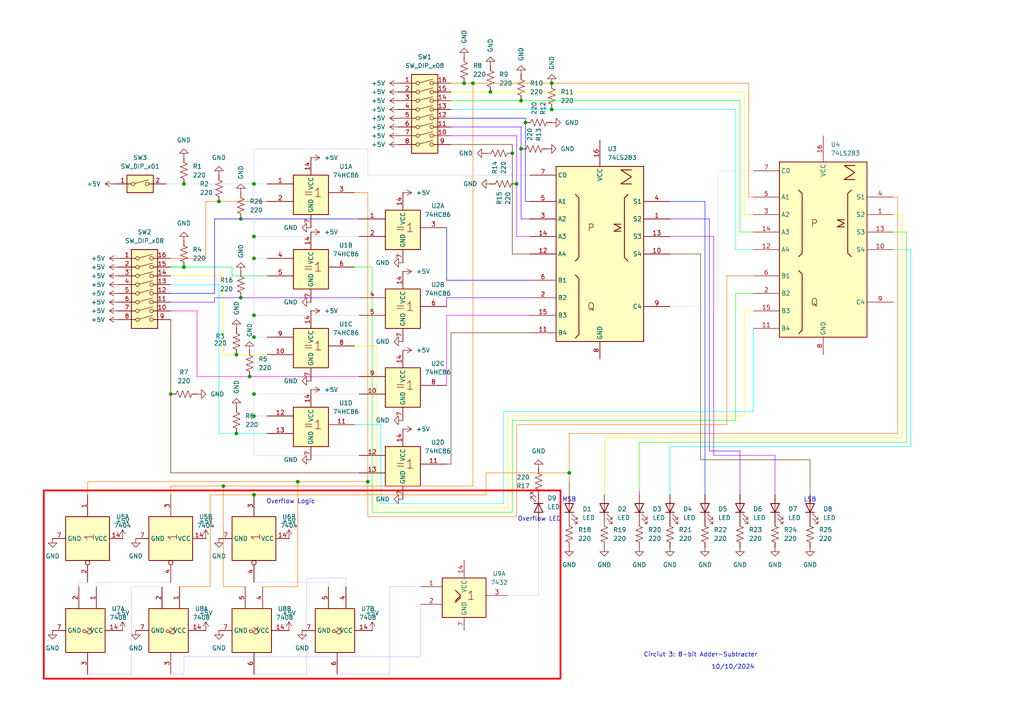
<source format=kicad_sch>
(kicad_sch (version 20231120) (generator "eeschema") (generator_version "8.0")
  (paper "A4")
  (lib_symbols
    (symbol "74xx_IEEE:7404"
      (property "Reference" "U" (at 5.08 7.62 0))
      (property "Value" "7404" (at 3.81 -8.89 0))
      (symbol "7404_0_0"
        (text "1" (at -0.508 0.508 0) (effects (font (size 2.54 2.54))))
      )
      (symbol "7404_0_1"
        (pin power_in line (at 0 10.16 270) (length 3.81) (name "VCC") (number "14"))
        (pin power_in line (at 0 -10.16 90) (length 3.81) (name "GND") (number "7"))
      )
      (symbol "7404_1_1"
        (pin input line (at -12.7 0 0) (length 6.35) (name "~") (number "1"))
        (pin input inverted (at 12.7 0 180) (length 6.35) (name "~") (number "2"))
      )
      (symbol "7404_2_1"
        (pin input line (at -12.7 0 0) (length 6.35) (name "~") (number "3"))
        (pin input inverted (at 12.7 0 180) (length 6.35) (name "~") (number "4"))
      )
      (symbol "7404_3_1"
        (pin input line (at -12.7 0 0) (length 6.35) (name "~") (number "5"))
        (pin input inverted (at 12.7 0 180) (length 6.35) (name "~") (number "6"))
      )
      (symbol "7404_4_1"
        (pin input inverted (at 12.7 0 180) (length 6.35) (name "~") (number "8"))
        (pin input line (at -12.7 0 0) (length 6.35) (name "~") (number "9"))
      )
      (symbol "7404_5_1"
        (pin input inverted (at 12.7 0 180) (length 6.35) (name "~") (number "10"))
        (pin input line (at -12.7 0 0) (length 6.35) (name "~") (number "11"))
      )
      (symbol "7404_6_1"
        (pin input inverted (at 12.7 0 180) (length 6.35) (name "~") (number "12"))
        (pin input line (at -12.7 0 0) (length 6.35) (name "~") (number "13"))
      )
    )
    (symbol "74xx_IEEE:7408"
      (property "Reference" "U" (at 2.54 7.62 0))
      (property "Value" "7408" (at 3.81 -8.89 0))
      (symbol "7408_0_1"
        (text "&" (at 0 0 0) (effects (font (size 2.54 2.54))))
        (pin power_in line (at 0 10.16 270) (length 5.08) (name "VCC") (number "14"))
        (pin power_in line (at 0 -10.16 90) (length 3.81) (name "GND") (number "7"))
      )
      (symbol "7408_1_1"
        (pin input line (at -12.7 2.54 0) (length 6.35) (name "~") (number "1"))
        (pin input line (at -12.7 -2.54 0) (length 6.35) (name "~") (number "2"))
        (pin output line (at 12.7 0 180) (length 6.35) (name "~") (number "3"))
      )
      (symbol "7408_2_1"
        (pin input line (at -12.7 2.54 0) (length 6.35) (name "~") (number "4"))
        (pin input line (at -12.7 -2.54 0) (length 6.35) (name "~") (number "5"))
        (pin input line (at 12.7 0 180) (length 6.35) (name "~") (number "6"))
      )
      (symbol "7408_3_1"
        (pin input line (at -12.7 -2.54 0) (length 6.35) (name "~") (number "10"))
        (pin input line (at 12.7 0 180) (length 6.35) (name "~") (number "8"))
        (pin input line (at -12.7 2.54 0) (length 6.35) (name "~") (number "9"))
      )
      (symbol "7408_4_1"
        (pin input line (at 12.7 0 180) (length 6.35) (name "~") (number "11"))
        (pin input line (at -12.7 2.54 0) (length 6.35) (name "~") (number "12"))
        (pin input line (at -12.7 -2.54 0) (length 6.35) (name "~") (number "13"))
      )
    )
    (symbol "74xx_IEEE:7432"
      (property "Reference" "U" (at 2.54 6.35 0))
      (property "Value" "7432" (at 3.81 -7.62 0))
      (symbol "7432_0_1"
        (text "1" (at 2.032 0 0) (effects (font (size 2.54 2.54))))
        (pin power_in line (at 0 10.16 270) (length 5.08) (name "VCC") (number "14"))
        (pin power_in line (at 0 -10.16 90) (length 3.81) (name "GND") (number "7"))
      )
      (symbol "7432_1_1"
        (pin input line (at -12.7 2.54 0) (length 6.35) (name "~") (number "1"))
        (pin input line (at -12.7 -2.54 0) (length 6.35) (name "~") (number "2"))
        (pin output line (at 12.7 0 180) (length 6.35) (name "~") (number "3"))
      )
      (symbol "7432_2_1"
        (pin input line (at -12.7 2.54 0) (length 6.35) (name "~") (number "4"))
        (pin input line (at -12.7 -2.54 0) (length 6.35) (name "~") (number "5"))
        (pin output line (at 12.7 0 180) (length 6.35) (name "~") (number "6"))
      )
      (symbol "7432_3_1"
        (pin input line (at -12.7 -2.54 0) (length 6.35) (name "~") (number "10"))
        (pin output line (at 12.7 0 180) (length 6.35) (name "~") (number "8"))
        (pin input line (at -12.7 2.54 0) (length 6.35) (name "~") (number "9"))
      )
      (symbol "7432_4_1"
        (pin output line (at 12.7 0 180) (length 6.35) (name "~") (number "11"))
        (pin input line (at -12.7 2.54 0) (length 6.35) (name "~") (number "12"))
        (pin input line (at -12.7 -2.54 0) (length 6.35) (name "~") (number "13"))
      )
    )
    (symbol "74xx_IEEE:7486"
      (property "Reference" "U" (at 2.54 6.35 0))
      (property "Value" "7486" (at 3.81 -7.62 0))
      (symbol "7486_0_1"
        (text "=1" (at 0.508 0 0) (effects (font (size 2.54 2.54))))
        (pin power_in line (at 0 10.16 270) (length 5.08) (name "VCC") (number "14"))
        (pin power_in line (at 0 -10.16 90) (length 3.81) (name "GND") (number "7"))
      )
      (symbol "7486_1_1"
        (pin input line (at -12.7 2.54 0) (length 7.62) (name "~") (number "1"))
        (pin input line (at -12.7 -2.54 0) (length 7.62) (name "~") (number "2"))
        (pin output line (at 12.7 0 180) (length 7.62) (name "~") (number "3"))
      )
      (symbol "7486_2_1"
        (pin input line (at -12.7 2.54 0) (length 7.62) (name "~") (number "4"))
        (pin input line (at -12.7 -2.54 0) (length 7.62) (name "~") (number "5"))
        (pin output line (at 12.7 0 180) (length 7.62) (name "~") (number "6"))
      )
      (symbol "7486_3_1"
        (pin input line (at -12.7 -2.54 0) (length 7.62) (name "~") (number "10"))
        (pin output line (at 12.7 0 180) (length 7.62) (name "~") (number "8"))
        (pin input line (at -12.7 2.54 0) (length 7.62) (name "~") (number "9"))
      )
      (symbol "7486_4_1"
        (pin output line (at 12.7 0 180) (length 7.62) (name "~") (number "11"))
        (pin input line (at -12.7 2.54 0) (length 7.62) (name "~") (number "12"))
        (pin input line (at -12.7 -2.54 0) (length 7.62) (name "~") (number "13"))
      )
    )
    (symbol "74xx_IEEE:74LS283"
      (property "Reference" "U" (at 15.24 30.48 0))
      (property "Value" "74LS283" (at 15.24 -30.48 0))
      (symbol "74LS283_0_0"
        (text "P" (at -2.54 7.62 0) (effects (font (size 2.032 2.032))))
        (text "Q" (at -2.54 -15.24 0) (effects (font (size 2.032 2.032))))
        (pin power_in line (at 0 33.02 270) (length 7.62) (name "VCC") (number "16"))
        (pin power_in line (at 0 -30.48 90) (length 5.08) (name "GND") (number "8"))
      )
      (symbol "74LS283_1_1"
        (pin output line (at 20.32 10.16 180) (length 7.62) (name "S2") (number "1"))
        (pin output line (at 20.32 0 180) (length 7.62) (name "S4") (number "10"))
        (pin input line (at -20.32 -22.86 0) (length 7.62) (name "B4") (number "11"))
        (pin input line (at -20.32 0 0) (length 7.62) (name "A4") (number "12"))
        (pin output line (at 20.32 5.08 180) (length 7.62) (name "S3") (number "13"))
        (pin input line (at -20.32 5.08 0) (length 7.62) (name "A3") (number "14"))
        (pin input line (at -20.32 -17.78 0) (length 7.62) (name "B3") (number "15"))
        (pin input line (at -20.32 -12.7 0) (length 7.62) (name "B2") (number "2"))
        (pin input line (at -20.32 10.16 0) (length 7.62) (name "A2") (number "3"))
        (pin output line (at 20.32 15.24 180) (length 7.62) (name "S1") (number "4"))
        (pin input line (at -20.32 15.24 0) (length 7.62) (name "A1") (number "5"))
        (pin input line (at -20.32 -7.62 0) (length 7.62) (name "B1") (number "6"))
        (pin input line (at -20.32 22.86 0) (length 7.62) (name "C0") (number "7"))
        (pin output line (at 20.32 -15.24 180) (length 7.62) (name "C4") (number "9"))
      )
    )
    (symbol "Device:LED" (pin_numbers hide) (pin_names (offset 1.016) hide)
      (property "Reference" "D" (at 0 2.54 0))
      (property "Value" "LED" (at 0 -2.54 0))
      (symbol "LED_1_1"
        (pin passive line (at -3.81 0 0) (length 2.54) (name "K") (number "1"))
        (pin passive line (at 3.81 0 180) (length 2.54) (name "A") (number "2"))
      )
    )
    (symbol "Device:R_US" (pin_numbers hide) (pin_names (offset 0))
      (property "Reference" "R" (at 2.54 0 90))
      (property "Value" "R_US" (at -2.54 0 90))
      (symbol "R_US_1_1"
        (pin passive line (at 0 3.81 270) (length 1.27) (name "~") (number "1"))
        (pin passive line (at 0 -3.81 90) (length 1.27) (name "~") (number "2"))
      )
    )
    (symbol "Switch:SW_DIP_x01" (pin_names (offset 0) hide)
      (property "Reference" "SW" (at 0 3.81 0))
      (property "Value" "SW_DIP_x01" (at 0 -3.81 0))
      (symbol "SW_DIP_x01_1_1"
        (pin passive line (at -7.62 0 0) (length 5.08) (name "~") (number "1"))
        (pin passive line (at 7.62 0 180) (length 5.08) (name "~") (number "2"))
      )
    )
    (symbol "Switch:SW_DIP_x08" (pin_names (offset 0) hide)
      (property "Reference" "SW" (at 0 13.97 0))
      (property "Value" "SW_DIP_x08" (at 0 -11.43 0))
      (symbol "SW_DIP_x08_1_1"
        (pin passive line (at -7.62 10.16 0) (length 5.08) (name "~") (number "1"))
        (pin passive line (at 7.62 -5.08 180) (length 5.08) (name "~") (number "10"))
        (pin passive line (at 7.62 -2.54 180) (length 5.08) (name "~") (number "11"))
        (pin passive line (at 7.62 0 180) (length 5.08) (name "~") (number "12"))
        (pin passive line (at 7.62 2.54 180) (length 5.08) (name "~") (number "13"))
        (pin passive line (at 7.62 5.08 180) (length 5.08) (name "~") (number "14"))
        (pin passive line (at 7.62 7.62 180) (length 5.08) (name "~") (number "15"))
        (pin passive line (at 7.62 10.16 180) (length 5.08) (name "~") (number "16"))
        (pin passive line (at -7.62 7.62 0) (length 5.08) (name "~") (number "2"))
        (pin passive line (at -7.62 5.08 0) (length 5.08) (name "~") (number "3"))
        (pin passive line (at -7.62 2.54 0) (length 5.08) (name "~") (number "4"))
        (pin passive line (at -7.62 0 0) (length 5.08) (name "~") (number "5"))
        (pin passive line (at -7.62 -2.54 0) (length 5.08) (name "~") (number "6"))
        (pin passive line (at -7.62 -5.08 0) (length 5.08) (name "~") (number "7"))
        (pin passive line (at -7.62 -7.62 0) (length 5.08) (name "~") (number "8"))
        (pin passive line (at 7.62 -7.62 180) (length 5.08) (name "~") (number "9"))
      )
    )
    (symbol "power:+5V" (power) (pin_numbers hide) (pin_names (offset 0) hide)
      (property "Value" "+5V" (at 0 3.556 0))
      (symbol "+5V_1_1"
        (pin power_in line (at 0 0 90) (length 0) (name "~") (number "1"))
      )
    )
    (symbol "power:GND" (power) (pin_numbers hide) (pin_names (offset 0) hide)
      (property "Value" "GND" (at 0 -3.81 0))
      (symbol "GND_1_1"
        (pin power_in line (at 0 0 270) (length 0) (name "~") (number "1"))
      )
    )
  )
  (junction (at 73.66 120.65))
  (junction (at 134.62 24.13))
  (junction (at 68.58 102.87))
  (junction (at 165.1 137.16))
  (junction (at 151.13 43.18))
  (junction (at 63.5 58.42))
  (junction (at 73.66 143.51))
  (junction (at 72.39 109.22))
  (junction (at 73.66 53.34))
  (junction (at 160.02 24.13))
  (junction (at 68.58 125.73))
  (junction (at 53.34 77.47))
  (junction (at 73.66 91.44))
  (junction (at 73.66 114.3))
  (junction (at 142.24 26.67))
  (junction (at 69.85 63.5))
  (junction (at 73.66 74.93))
  (junction (at 64.77 140.97))
  (junction (at 53.34 53.34))
  (junction (at 148.59 44.45))
  (junction (at 73.66 68.58))
  (junction (at 160.02 31.75))
  (junction (at 137.16 24.13))
  (junction (at 151.13 29.21))
  (junction (at 152.4 35.56))
  (junction (at 49.53 114.3))
  (junction (at 86.36 139.7))
  (junction (at 106.68 139.7))
  (junction (at 69.85 86.36))
  (junction (at 73.66 97.79))
  (junction (at 149.86 53.34))
  (wire (pts (xy 107.95 77.47) (xy 107.95 148.59)) (stroke (width 0) (color 35 255 0 1)))
  (wire (pts (xy 106.68 50.8) (xy 153.67 50.8)) (stroke (width 0) (color 212 204 255 1)))
  (wire (pts (xy 72.39 109.22) (xy 104.14 109.22)) (stroke (width 0) (color 255 0 216 1)))
  (wire (pts (xy 260.35 57.15) (xy 260.35 125.73)) (stroke (width 0) (color 255 120 0 1)))
  (wire (pts (xy 259.08 57.15) (xy 260.35 57.15)) (stroke (width 0) (color 255 120 0 1)))
  (wire (pts (xy 130.81 31.75) (xy 160.02 31.75)) (stroke (width 0) (color 0 255 244 1)))
  (wire (pts (xy 27.94 168.91) (xy 27.94 170.18)) (stroke (width 0) (color 209 206 255 1)))
  (wire (pts (xy 22.86 168.91) (xy 22.86 170.18)) (stroke (width 0) (color 209 206 255 1)))
  (wire (pts (xy 88.9 195.58) (xy 73.66 195.58)) (stroke (width 0) (color 196 193 255 1)))
  (wire (pts (xy 259.08 62.23) (xy 261.62 62.23)) (stroke (width 0) (color 255 245 0 1)))
  (wire (pts (xy 113.03 195.58) (xy 113.03 170.18)) (stroke (width 0) (color 196 193 255 1)))
  (wire (pts (xy 25.4 168.91) (xy 22.86 168.91)) (stroke (width 0) (color 209 206 255 1)))
  (wire (pts (xy 151.13 36.83) (xy 151.13 43.18)) (stroke (width 0) (color 89 0 255 1)))
  (wire (pts (xy 260.35 125.73) (xy 165.1 125.73)) (stroke (width 0) (color 255 120 0 1)))
  (wire (pts (xy 62.23 87.63) (xy 62.23 86.36)) (stroke (width 0) (color 119 6 255 1)))
  (wire (pts (xy 165.1 139.7) (xy 165.1 143.51)) (stroke (width 0) (color 116 72 0 1)))
  (wire (pts (xy 262.89 128.27) (xy 185.42 128.27)) (stroke (width 0) (color 39 255 0 1)))
  (wire (pts (xy 63.5 82.55) (xy 63.5 125.73)) (stroke (width 0) (color 0 251 255 1)))
  (wire (pts (xy 175.26 127) (xy 175.26 143.51)) (stroke (width 0) (color 255 245 0 1)))
  (wire (pts (xy 38.1 195.58) (xy 38.1 170.18)) (stroke (width 0) (color 196 193 255 1)))
  (wire (pts (xy 73.66 120.65) (xy 77.47 120.65)) (stroke (width 0) (color 212 204 255 1)))
  (wire (pts (xy 63.5 125.73) (xy 68.58 125.73)) (stroke (width 0) (color 0 251 255 1)))
  (wire (pts (xy 59.69 58.42) (xy 59.69 74.93)) (stroke (width 0) (color 255 101 0 1)))
  (wire (pts (xy 149.86 53.34) (xy 149.86 68.58)) (stroke (width 0) (color 197 0 255 1)))
  (wire (pts (xy 205.74 130.81) (xy 214.63 130.81)) (stroke (width 0) (color 109 0 255 1)))
  (wire (pts (xy 194.31 73.66) (xy 203.2 73.66)) (stroke (width 0) (color 111 60 0 1)))
  (wire (pts (xy 194.31 58.42) (xy 204.47 58.42)) (stroke (width 0) (color 0 39 255 1)))
  (wire (pts (xy 140.97 143.51) (xy 73.66 143.51)) (stroke (width 0) (color 255 120 0 1)))
  (wire (pts (xy 97.79 195.58) (xy 113.03 195.58)) (stroke (width 0) (color 196 193 255 1)))
  (wire (pts (xy 102.87 77.47) (xy 107.95 77.47)) (stroke (width 0) (color 35 255 0 1)))
  (wire (pts (xy 106.68 139.7) (xy 86.36 139.7)) (stroke (width 0) (color 255 122 0 1)))
  (wire (pts (xy 121.92 190.5) (xy 121.92 175.26)) (stroke (width 0) (color 196 193 255 1)))
  (wire (pts (xy 107.95 148.59) (xy 148.59 148.59)) (stroke (width 0) (color 35 255 0 1)))
  (wire (pts (xy 88.9 167.64) (xy 100.33 167.64)) (stroke (width 0) (color 196 193 255 1)))
  (wire (pts (xy 110.49 146.05) (xy 146.05 146.05)) (stroke (width 0) (color 4 245 255 1)))
  (wire (pts (xy 69.85 63.5) (xy 104.14 63.5)) (stroke (width 0) (color 0 3 255 1)))
  (wire (pts (xy 152.4 58.42) (xy 153.67 58.42)) (stroke (width 0) (color 8 0 255 1)))
  (wire (pts (xy 185.42 128.27) (xy 185.42 142.24)) (stroke (width 0) (color 39 255 0 1)))
  (wire (pts (xy 49.53 90.17) (xy 57.15 90.17)) (stroke (width 0) (color 255 0 216 1)))
  (wire (pts (xy 67.31 80.01) (xy 77.47 80.01)) (stroke (width 0) (color 0 255 44 1)))
  (wire (pts (xy 148.59 121.92) (xy 213.36 121.92)) (stroke (width 0) (color 35 255 0 1)))
  (wire (pts (xy 129.54 88.9) (xy 129.54 86.36)) (stroke (width 0) (color 107 0 255 1)))
  (wire (pts (xy 64.77 170.18) (xy 71.12 170.18)) (stroke (width 0) (color 255 120 0 1)))
  (wire (pts (xy 49.53 80.01) (xy 64.77 80.01)) (stroke (width 0) (color 255 251 0 1)))
  (wire (pts (xy 64.77 140.97) (xy 49.53 140.97)) (stroke (width 0) (color 255 120 0 1)))
  (wire (pts (xy 73.66 120.65) (xy 73.66 132.08)) (stroke (width 0) (color 212 204 255 1)))
  (wire (pts (xy 129.54 86.36) (xy 153.67 86.36)) (stroke (width 0) (color 107 0 255 1)))
  (wire (pts (xy 100.33 167.64) (xy 100.33 170.18)) (stroke (width 0) (color 196 193 255 1)))
  (wire (pts (xy 137.16 24.13) (xy 137.16 140.97)) (stroke (width 0) (color 255 120 0 1)))
  (wire (pts (xy 208.28 49.53) (xy 218.44 49.53)) (stroke (width 0) (color 214 231 255 1)))
  (wire (pts (xy 160.02 31.75) (xy 213.36 31.75)) (stroke (width 0) (color 0 255 244 1)))
  (wire (pts (xy 129.54 66.04) (xy 129.54 81.28)) (stroke (width 0) (color 8 0 255 1)))
  (wire (pts (xy 214.63 67.31) (xy 218.44 67.31)) (stroke (width 0) (color 33 255 0 1)))
  (wire (pts (xy 215.9 26.67) (xy 215.9 62.23)) (stroke (width 0) (color 255 251 0 1)))
  (wire (pts (xy 67.31 77.47) (xy 67.31 80.01)) (stroke (width 0) (color 0 255 44 1)))
  (wire (pts (xy 49.53 82.55) (xy 63.5 82.55)) (stroke (width 0) (color 0 251 255 1)))
  (wire (pts (xy 160.02 24.13) (xy 217.17 24.13)) (stroke (width 0) (color 255 120 0 1)))
  (wire (pts (xy 25.4 195.58) (xy 38.1 195.58)) (stroke (width 0) (color 196 193 255 1)))
  (wire (pts (xy 156.21 172.72) (xy 156.21 151.13)) (stroke (width 0) (color 187 209 255 1)))
  (wire (pts (xy 102.87 123.19) (xy 110.49 123.19)) (stroke (width 0) (color 4 245 255 1)))
  (wire (pts (xy 110.49 123.19) (xy 110.49 146.05)) (stroke (width 0) (color 4 245 255 1)))
  (wire (pts (xy 205.74 63.5) (xy 205.74 130.81)) (stroke (width 0) (color 109 0 255 1)))
  (wire (pts (xy 49.53 114.3) (xy 49.53 137.16)) (stroke (width 0) (color 104 36 2 1)))
  (wire (pts (xy 106.68 43.18) (xy 106.68 50.8)) (stroke (width 0) (color 212 204 255 1)))
  (wire (pts (xy 86.36 170.18) (xy 76.2 170.18)) (stroke (width 0) (color 255 122 0 1)))
  (wire (pts (xy 53.34 53.34) (xy 73.66 53.34)) (stroke (width 0) (color 212 204 255 1)))
  (wire (pts (xy 262.89 67.31) (xy 262.89 128.27)) (stroke (width 0) (color 39 255 0 1)))
  (wire (pts (xy 130.81 96.52) (xy 153.67 96.52)) (stroke (width 0) (color 96 47 0 1)))
  (wire (pts (xy 140.97 137.16) (xy 140.97 143.51)) (stroke (width 0) (color 255 120 0 1)))
  (wire (pts (xy 73.66 53.34) (xy 73.66 68.58)) (stroke (width 0) (color 212 204 255 1)))
  (wire (pts (xy 130.81 41.91) (xy 148.59 41.91)) (stroke (width 0) (color 109 40 0 1)))
  (wire (pts (xy 214.63 29.21) (xy 214.63 67.31)) (stroke (width 0) (color 33 255 0 1)))
  (wire (pts (xy 151.13 63.5) (xy 153.67 63.5)) (stroke (width 0) (color 89 0 255 1)))
  (wire (pts (xy 149.86 123.19) (xy 210.82 123.19)) (stroke (width 0) (color 255 122 0 1)))
  (wire (pts (xy 49.53 87.63) (xy 62.23 87.63)) (stroke (width 0) (color 119 6 255 1)))
  (wire (pts (xy 86.36 139.7) (xy 25.4 139.7)) (stroke (width 0) (color 255 122 0 1)))
  (wire (pts (xy 129.54 134.62) (xy 130.81 134.62)) (stroke (width 0) (color 96 47 0 1)))
  (wire (pts (xy 62.23 63.5) (xy 62.23 85.09)) (stroke (width 0) (color 0 3 255 1)))
  (wire (pts (xy 204.47 58.42) (xy 204.47 143.51)) (stroke (width 0) (color 0 39 255 1)))
  (wire (pts (xy 213.36 85.09) (xy 218.44 85.09)) (stroke (width 0) (color 8 255 0 1)))
  (wire (pts (xy 259.08 72.39) (xy 264.16 72.39)) (stroke (width 0) (color 0 238 255 1)))
  (wire (pts (xy 130.81 39.37) (xy 149.86 39.37)) (stroke (width 0) (color 197 0 255 1)))
  (wire (pts (xy 130.81 34.29) (xy 152.4 34.29)) (stroke (width 0) (color 8 0 255 1)))
  (wire (pts (xy 218.44 95.25) (xy 218.44 119.38)) (stroke (width 0) (color 4 245 255 1)))
  (wire (pts (xy 148.59 148.59) (xy 148.59 121.92)) (stroke (width 0) (color 35 255 0 1)))
  (wire (pts (xy 106.68 139.7) (xy 106.68 149.86)) (stroke (width 0) (color 255 122 0 1)))
  (wire (pts (xy 113.03 170.18) (xy 121.92 170.18)) (stroke (width 0) (color 196 193 255 1)))
  (wire (pts (xy 261.62 62.23) (xy 261.62 127)) (stroke (width 0) (color 255 245 0 1)))
  (wire (pts (xy 213.36 72.39) (xy 218.44 72.39)) (stroke (width 0) (color 0 255 244 1)))
  (wire (pts (xy 203.2 133.35) (xy 234.95 133.35)) (stroke (width 0) (color 111 60 0 1)))
  (wire (pts (xy 49.53 77.47) (xy 53.34 77.47)) (stroke (width 0) (color 15 255 0 1)))
  (wire (pts (xy 165.1 137.16) (xy 140.97 137.16)) (stroke (width 0) (color 255 120 0 1)))
  (wire (pts (xy 165.1 125.73) (xy 165.1 137.16)) (stroke (width 0) (color 255 120 0 1)))
  (wire (pts (xy 142.24 26.67) (xy 215.9 26.67)) (stroke (width 0) (color 250 255 0 1)))
  (wire (pts (xy 149.86 39.37) (xy 149.86 53.34)) (stroke (width 0) (color 197 0 255 1)))
  (wire (pts (xy 129.54 81.28) (xy 153.67 81.28)) (stroke (width 0) (color 8 0 255 1)))
  (wire (pts (xy 73.66 114.3) (xy 104.14 114.3)) (stroke (width 0) (color 212 204 255 1)))
  (wire (pts (xy 194.31 129.54) (xy 194.31 143.51)) (stroke (width 0) (color 0 238 255 1)))
  (wire (pts (xy 62.23 63.5) (xy 69.85 63.5)) (stroke (width 0) (color 0 3 255 1)))
  (wire (pts (xy 102.87 100.33) (xy 109.22 100.33)) (stroke (width 0) (color 251 255 0 1)))
  (wire (pts (xy 86.36 139.7) (xy 86.36 170.18)) (stroke (width 0) (color 255 122 0 1)))
  (wire (pts (xy 259.08 67.31) (xy 262.89 67.31)) (stroke (width 0) (color 39 255 0 1)))
  (wire (pts (xy 215.9 90.17) (xy 218.44 90.17)) (stroke (width 0) (color 251 255 0 1)))
  (wire (pts (xy 68.58 125.73) (xy 77.47 125.73)) (stroke (width 0) (color 0 251 255 1)))
  (wire (pts (xy 73.66 53.34) (xy 77.47 53.34)) (stroke (width 0) (color 212 204 255 1)))
  (wire (pts (xy 185.42 143.51) (xy 185.42 142.24)) (stroke (width 0) (color 143 0 255 1)))
  (wire (pts (xy 49.53 140.97) (xy 49.53 143.51)) (stroke (width 0) (color 255 120 0 1)))
  (wire (pts (xy 146.05 119.38) (xy 218.44 119.38)) (stroke (width 0) (color 4 245 255 1)))
  (wire (pts (xy 73.66 43.18) (xy 106.68 43.18)) (stroke (width 0) (color 212 204 255 1)))
  (wire (pts (xy 73.66 53.34) (xy 73.66 43.18)) (stroke (width 0) (color 212 204 255 1)))
  (wire (pts (xy 102.87 55.88) (xy 106.68 55.88)) (stroke (width 0) (color 255 122 0 1)))
  (wire (pts (xy 73.66 132.08) (xy 104.14 132.08)) (stroke (width 0) (color 212 204 255 1)))
  (wire (pts (xy 59.69 74.93) (xy 49.53 74.93)) (stroke (width 0) (color 255 101 0 1)))
  (wire (pts (xy 224.79 132.08) (xy 224.79 143.51)) (stroke (width 0) (color 181 0 255 1)))
  (wire (pts (xy 68.58 102.87) (xy 77.47 102.87)) (stroke (width 0) (color 255 251 0 1)))
  (wire (pts (xy 62.23 86.36) (xy 69.85 86.36)) (stroke (width 0) (color 119 6 255 1)))
  (wire (pts (xy 57.15 109.22) (xy 72.39 109.22)) (stroke (width 0) (color 255 0 216 1)))
  (wire (pts (xy 73.66 91.44) (xy 104.14 91.44)) (stroke (width 0) (color 212 204 255 1)))
  (wire (pts (xy 64.77 140.97) (xy 64.77 170.18)) (stroke (width 0) (color 255 120 0 1)))
  (wire (pts (xy 73.66 74.93) (xy 73.66 91.44)) (stroke (width 0) (color 212 204 255 1)))
  (wire (pts (xy 261.62 127) (xy 175.26 127)) (stroke (width 0) (color 255 245 0 1)))
  (wire (pts (xy 214.63 130.81) (xy 214.63 143.51)) (stroke (width 0) (color 109 0 255 1)))
  (wire (pts (xy 60.96 143.51) (xy 60.96 170.18)) (stroke (width 0) (color 255 120 0 1)))
  (wire (pts (xy 53.34 195.58) (xy 49.53 195.58)) (stroke (width 0) (color 196 193 255 1)))
  (wire (pts (xy 64.77 80.01) (xy 64.77 102.87)) (stroke (width 0) (color 255 251 0 1)))
  (wire (pts (xy 73.66 91.44) (xy 73.66 97.79)) (stroke (width 0) (color 212 204 255 1)))
  (wire (pts (xy 210.82 80.01) (xy 218.44 80.01)) (stroke (width 0) (color 255 103 0 1)))
  (wire (pts (xy 152.4 35.56) (xy 152.4 58.42)) (stroke (width 0) (color 8 0 255 1)))
  (wire (pts (xy 264.16 72.39) (xy 264.16 129.54)) (stroke (width 0) (color 0 238 255 1)))
  (wire (pts (xy 73.66 168.91) (xy 95.25 168.91)) (stroke (width 0) (color 209 206 255 1)))
  (wire (pts (xy 130.81 29.21) (xy 151.13 29.21)) (stroke (width 0) (color 0 255 13 1)))
  (wire (pts (xy 60.96 170.18) (xy 52.07 170.18)) (stroke (width 0) (color 255 120 0 1)))
  (wire (pts (xy 194.31 88.9) (xy 208.28 88.9)) (stroke (width 0) (color 214 231 255 1)))
  (wire (pts (xy 130.81 24.13) (xy 134.62 24.13)) (stroke (width 0) (color 255 120 0 1)))
  (wire (pts (xy 149.86 68.58) (xy 153.67 68.58)) (stroke (width 0) (color 197 0 255 1)))
  (wire (pts (xy 130.81 36.83) (xy 151.13 36.83)) (stroke (width 0) (color 89 0 255 1)))
  (wire (pts (xy 208.28 88.9) (xy 208.28 49.53)) (stroke (width 0) (color 214 231 255 1)))
  (wire (pts (xy 64.77 102.87) (xy 68.58 102.87)) (stroke (width 0) (color 255 251 0 1)))
  (wire (pts (xy 217.17 57.15) (xy 218.44 57.15)) (stroke (width 0) (color 255 120 0 1)))
  (wire (pts (xy 49.53 168.91) (xy 27.94 168.91)) (stroke (width 0) (color 209 206 255 1)))
  (wire (pts (xy 73.66 143.51) (xy 60.96 143.51)) (stroke (width 0) (color 255 120 0 1)))
  (wire (pts (xy 57.15 90.17) (xy 57.15 109.22)) (stroke (width 0) (color 255 0 216 1)))
  (wire (pts (xy 149.86 149.86) (xy 149.86 123.19)) (stroke (width 0) (color 255 122 0 1)))
  (wire (pts (xy 109.22 100.33) (xy 109.22 147.32)) (stroke (width 0) (color 251 255 0 1)))
  (wire (pts (xy 234.95 133.35) (xy 234.95 143.51)) (stroke (width 0) (color 111 60 0 1)))
  (wire (pts (xy 207.01 132.08) (xy 224.79 132.08)) (stroke (width 0) (color 181 0 255 1)))
  (wire (pts (xy 69.85 86.36) (xy 104.14 86.36)) (stroke (width 0) (color 119 6 255 1)))
  (wire (pts (xy 106.68 55.88) (xy 106.68 139.7)) (stroke (width 0) (color 255 122 0 1)))
  (wire (pts (xy 49.53 92.71) (xy 49.53 114.3)) (stroke (width 0) (color 104 36 2 1)))
  (wire (pts (xy 53.34 77.47) (xy 49.53 77.47)) (stroke (width 0) (color 0 255 44 1)))
  (wire (pts (xy 213.36 121.92) (xy 213.36 85.09)) (stroke (width 0) (color 35 255 0 1)))
  (wire (pts (xy 148.59 44.45) (xy 148.59 73.66)) (stroke (width 0) (color 109 40 0 1)))
  (wire (pts (xy 73.66 74.93) (xy 77.47 74.93)) (stroke (width 0) (color 212 204 255 1)))
  (wire (pts (xy 77.47 58.42) (xy 63.5 58.42)) (stroke (width 0) (color 255 101 0 1)))
  (wire (pts (xy 129.54 111.76) (xy 129.54 91.44)) (stroke (width 0) (color 251 0 255 1)))
  (wire (pts (xy 213.36 31.75) (xy 213.36 72.39)) (stroke (width 0) (color 0 255 244 1)))
  (wire (pts (xy 146.05 146.05) (xy 146.05 119.38)) (stroke (width 0) (color 4 245 255 1)))
  (wire (pts (xy 137.16 24.13) (xy 160.02 24.13)) (stroke (width 0) (color 255 120 0 1)))
  (wire (pts (xy 207.01 68.58) (xy 207.01 132.08)) (stroke (width 0) (color 181 0 255 1)))
  (wire (pts (xy 217.17 24.13) (xy 217.17 57.15)) (stroke (width 0) (color 255 120 0 1)))
  (wire (pts (xy 130.81 134.62) (xy 130.81 96.52)) (stroke (width 0) (color 96 47 0 1)))
  (wire (pts (xy 109.22 147.32) (xy 147.32 147.32)) (stroke (width 0) (color 251 255 0 1)))
  (wire (pts (xy 25.4 139.7) (xy 25.4 143.51)) (stroke (width 0) (color 255 122 0 1)))
  (wire (pts (xy 151.13 43.18) (xy 151.13 63.5)) (stroke (width 0) (color 89 0 255 1)))
  (wire (pts (xy 53.34 190.5) (xy 121.92 190.5)) (stroke (width 0) (color 196 193 255 1)))
  (wire (pts (xy 73.66 97.79) (xy 73.66 114.3)) (stroke (width 0) (color 212 204 255 1)))
  (wire (pts (xy 148.59 41.91) (xy 148.59 44.45)) (stroke (width 0) (color 109 40 0 1)))
  (wire (pts (xy 53.34 190.5) (xy 53.34 195.58)) (stroke (width 0) (color 196 193 255 1)))
  (wire (pts (xy 73.66 97.79) (xy 77.47 97.79)) (stroke (width 0) (color 212 204 255 1)))
  (wire (pts (xy 38.1 170.18) (xy 46.99 170.18)) (stroke (width 0) (color 209 206 255 1)))
  (wire (pts (xy 49.53 137.16) (xy 104.14 137.16)) (stroke (width 0) (color 104 36 2 1)))
  (wire (pts (xy 194.31 68.58) (xy 207.01 68.58)) (stroke (width 0) (color 181 0 255 1)))
  (wire (pts (xy 203.2 73.66) (xy 203.2 133.35)) (stroke (width 0) (color 111 60 0 1)))
  (wire (pts (xy 137.16 140.97) (xy 64.77 140.97)) (stroke (width 0) (color 255 120 0 1)))
  (wire (pts (xy 53.34 77.47) (xy 67.31 77.47)) (stroke (width 0) (color 0 255 44 1)))
  (wire (pts (xy 147.32 120.65) (xy 215.9 120.65)) (stroke (width 0) (color 251 255 0 1)))
  (wire (pts (xy 151.13 29.21) (xy 214.63 29.21)) (stroke (width 0) (color 28 255 1 1)))
  (wire (pts (xy 49.53 85.09) (xy 62.23 85.09)) (stroke (width 0) (color 0 3 255 1)))
  (wire (pts (xy 129.54 91.44) (xy 153.67 91.44)) (stroke (width 0) (color 251 0 255 1)))
  (wire (pts (xy 147.32 147.32) (xy 147.32 120.65)) (stroke (width 0) (color 251 255 0 1)))
  (wire (pts (xy 210.82 123.19) (xy 210.82 80.01)) (stroke (width 0) (color 255 122 0 1)))
  (wire (pts (xy 73.66 68.58) (xy 73.66 74.93)) (stroke (width 0) (color 212 204 255 1)))
  (wire (pts (xy 48.26 53.34) (xy 53.34 53.34)) (stroke (width 0) (color 212 204 255 1)))
  (wire (pts (xy 194.31 63.5) (xy 205.74 63.5)) (stroke (width 0) (color 109 0 255 1)))
  (wire (pts (xy 148.59 73.66) (xy 153.67 73.66)) (stroke (width 0) (color 109 40 0 1)))
  (wire (pts (xy 95.25 168.91) (xy 95.25 170.18)) (stroke (width 0) (color 209 206 255 1)))
  (wire (pts (xy 130.81 26.67) (xy 142.24 26.67)) (stroke (width 0) (color 250 255 0 1)))
  (wire (pts (xy 152.4 34.29) (xy 152.4 35.56)) (stroke (width 0) (color 8 0 255 1)))
  (wire (pts (xy 147.32 172.72) (xy 156.21 172.72)) (stroke (width 0) (color 187 209 255 1)))
  (wire (pts (xy 73.66 114.3) (xy 73.66 120.65)) (stroke (width 0) (color 212 204 255 1)))
  (wire (pts (xy 88.9 167.64) (xy 88.9 195.58)) (stroke (width 0) (color 196 193 255 1)))
  (wire (pts (xy 264.16 129.54) (xy 194.31 129.54)) (stroke (width 0) (color 0 238 255 1)))
  (wire (pts (xy 106.68 149.86) (xy 149.86 149.86)) (stroke (width 0) (color 255 122 0 1)))
  (wire (pts (xy 73.66 68.58) (xy 104.14 68.58)) (stroke (width 0) (color 212 204 255 1)))
  (wire (pts (xy 165.1 137.16) (xy 165.1 139.7)) (stroke (width 0) (color 255 120 0 1)))
  (wire (pts (xy 134.62 24.13) (xy 137.16 24.13)) (stroke (width 0) (color 255 120 0 1)))
  (wire (pts (xy 215.9 62.23) (xy 218.44 62.23)) (stroke (width 0) (color 255 231 0 1)))
  (wire (pts (xy 215.9 120.65) (xy 215.9 90.17)) (stroke (width 0) (color 251 255 0 1)))
  (wire (pts (xy 59.69 58.42) (xy 63.5 58.42)) (stroke (width 0) (color 255 101 0 1)))
  (rectangle (start 12.7 142.24) (end 162.56 196.85) (stroke (width 0.508) (color 255 0 4 1)))
  (text "10/10/2024" (at 212.598 193.548 0) (effects (font (size 1.27 1.27))))
  (text "MSB\n" (at 165.1 145.034 0) (effects (font (size 1.27 1.27))))
  (text "Overflow LED" (at 156.464 150.622 0) (effects (font (size 1.27 1.27))))
  (text "Circiut 3: 8-bit Adder-Subtracter" (at 203.2 189.992 0) (effects (font (size 1.27 1.27))))
  (text "Overflow Logic" (at 84.328 145.542 0) (effects (font (size 1.27 1.27))))
  (text "LSB\n" (at 234.95 145.034 0) (effects (font (size 1.27 1.27))))
  (symbol (lib_id "power:+5V") (at 115.57 34.29 90) (unit 1)
    (property "Reference" "#PWR05" (effects (hide yes)))
    (property "Value" "+5V" (at 111.76 34.2899 90) (effects (justify left)))
    (property "Description" "Power symbol creates a global label with name \"+5V\"" (effects (hide yes)))
  )
  (symbol (lib_id "Device:R_US") (at 68.58 121.92 180) (unit 1)
    (property "Reference" "R6" (at 71.12 120.6499 0) (effects (justify right)))
    (property "Value" "220" (at 71.12 123.1899 0) (effects (justify right)))
    (property "Description" "Resistor, US symbol" (effects (hide yes)))
  )
  (symbol (lib_id "power:+5V") (at 34.29 77.47 90) (unit 1)
    (property "Reference" "#PWR011" (effects (hide yes)))
    (property "Value" "+5V" (at 30.48 77.4699 90) (effects (justify left)))
    (property "Description" "Power symbol creates a global label with name \"+5V\"" (effects (hide yes)))
  )
  (symbol (lib_id "Device:R_US") (at 151.13 25.4 180) (unit 1)
    (property "Reference" "R10" (at 153.67 24.1299 0) (effects (justify right)))
    (property "Value" "220" (at 153.67 26.6699 0) (effects (justify right)))
    (property "Description" "Resistor, US symbol" (effects (hide yes)))
  )
  (symbol (lib_id "power:+5V") (at 35.56 156.21 0) (unit 1)
    (property "Reference" "#PWR061" (effects (hide yes)))
    (property "Value" "+5V" (at 35.56 151.13 0))
    (property "Description" "Power symbol creates a global label with name \"+5V\"" (effects (hide yes)))
  )
  (symbol (lib_id "power:GND") (at 224.79 158.75 0) (unit 1)
    (property "Reference" "#PWR045" (effects (hide yes)))
    (property "Value" "GND" (at 224.79 163.83 0))
    (property "Description" "Power symbol creates a global label with name \"GND\" , ground" (effects (hide yes)))
  )
  (symbol (lib_id "power:GND") (at 15.24 182.88 0) (unit 1)
    (property "Reference" "#PWR069" (effects (hide yes)))
    (property "Value" "GND" (at 15.24 187.96 0))
    (property "Description" "Power symbol creates a global label with name \"GND\" , ground" (effects (hide yes)))
  )
  (symbol (lib_id "power:+5V") (at 33.02 53.34 90) (unit 1)
    (property "Reference" "#PWR09" (effects (hide yes)))
    (property "Value" "+5V" (at 29.21 53.3399 90) (effects (justify left)))
    (property "Description" "Power symbol creates a global label with name \"+5V\"" (effects (hide yes)))
  )
  (symbol (lib_id "74xx_IEEE:7408") (at 25.4 182.88 270) (unit 1)
    (property "Reference" "U7" (at 34.29 176.5614 90))
    (property "Value" "7408" (at 34.29 179.1014 90))
  )
  (symbol (lib_id "power:GND") (at 63.5 50.8 180) (unit 1)
    (property "Reference" "#PWR027" (effects (hide yes)))
    (property "Value" "GND" (at 63.5 45.72 0))
    (property "Description" "Power symbol creates a global label with name \"GND\" , ground" (effects (hide yes)))
  )
  (symbol (lib_id "power:GND") (at 160.02 24.13 180) (unit 1)
    (property "Reference" "#PWR032" (effects (hide yes)))
    (property "Value" "GND" (at 160.0199 20.32 90) (effects (justify right)))
    (property "Description" "Power symbol creates a global label with name \"GND\" , ground" (effects (hide yes)))
  )
  (symbol (lib_id "Device:R_US") (at 214.63 154.94 0) (unit 1)
    (property "Reference" "R23" (at 217.17 153.6699 0) (effects (justify left)))
    (property "Value" "220" (at 217.17 156.2099 0) (effects (justify left)))
    (property "Description" "Resistor, US symbol" (effects (hide yes)))
  )
  (symbol (lib_id "power:GND") (at 90.17 133.35 270) (unit 1)
    (property "Reference" "#PWR030" (effects (hide yes)))
    (property "Value" "GND" (at 86.36 133.3499 90) (effects (justify right)))
    (property "Description" "Power symbol creates a global label with name \"GND\" , ground" (effects (hide yes)))
  )
  (symbol (lib_id "power:+5V") (at 116.84 101.6 270) (unit 1)
    (property "Reference" "#PWR054" (effects (hide yes)))
    (property "Value" "+5V" (at 120.65 101.5999 90) (effects (justify left)))
    (property "Description" "Power symbol creates a global label with name \"+5V\"" (effects (hide yes)))
  )
  (symbol (lib_id "power:+5V") (at 34.29 85.09 90) (unit 1)
    (property "Reference" "#PWR014" (effects (hide yes)))
    (property "Value" "+5V" (at 30.48 85.0899 90) (effects (justify left)))
    (property "Description" "Power symbol creates a global label with name \"+5V\"" (effects (hide yes)))
  )
  (symbol (lib_id "Device:R_US") (at 63.5 54.61 0) (unit 1)
    (property "Reference" "R2" (at 57.912 53.34 0) (effects (justify left)))
    (property "Value" "220" (at 57.912 55.88 0) (effects (justify left)))
    (property "Description" "Resistor, US symbol" (effects (hide yes)))
  )
  (symbol (lib_id "power:GND") (at 116.84 144.78 270) (unit 1)
    (property "Reference" "#PWR059" (effects (hide yes)))
    (property "Value" "GND" (at 113.03 144.7799 90) (effects (justify right)))
    (property "Description" "Power symbol creates a global label with name \"GND\" , ground" (effects (hide yes)))
  )
  (symbol (lib_id "Device:R_US") (at 175.26 154.94 0) (unit 1)
    (property "Reference" "R19" (at 177.8 153.6699 0) (effects (justify left)))
    (property "Value" "220" (at 177.8 156.2099 0) (effects (justify left)))
    (property "Description" "Resistor, US symbol" (effects (hide yes)))
  )
  (symbol (lib_id "74xx_IEEE:7486") (at 116.84 88.9 0) (unit 2)
    (property "Reference" "U2" (at 127 82.5814 0))
    (property "Value" "74HC86" (at 127 85.1214 0))
    (property "Datasheet" "http://www.ti.com/lit/gpn/sn74HC86" (effects (hide yes)))
    (property "Description" "Quad 2-input XOR" (effects (hide yes)))
  )
  (symbol (lib_id "power:GND") (at 15.24 156.21 0) (unit 1)
    (property "Reference" "#PWR068" (effects (hide yes)))
    (property "Value" "GND" (at 15.24 161.29 0))
    (property "Description" "Power symbol creates a global label with name \"GND\" , ground" (effects (hide yes)))
  )
  (symbol (lib_id "power:GND") (at 234.95 158.75 0) (unit 1)
    (property "Reference" "#PWR046" (effects (hide yes)))
    (property "Value" "GND" (at 234.95 163.83 0))
    (property "Description" "Power symbol creates a global label with name \"GND\" , ground" (effects (hide yes)))
  )
  (symbol (lib_id "power:+5V") (at 83.82 182.88 0) (unit 1)
    (property "Reference" "#PWR064" (effects (hide yes)))
    (property "Value" "+5V" (at 83.82 177.8 0))
    (property "Description" "Power symbol creates a global label with name \"+5V\"" (effects (hide yes)))
  )
  (symbol (lib_id "74xx_IEEE:7404") (at 25.4 156.21 270) (unit 1)
    (property "Reference" "U5" (at 35.56 149.8914 90))
    (property "Value" "7404" (at 35.56 152.4314 90))
  )
  (symbol (lib_id "Device:R_US") (at 53.34 114.3 90) (unit 1)
    (property "Reference" "R7" (at 53.34 107.95 90))
    (property "Value" "220" (at 53.34 110.49 90))
    (property "Description" "Resistor, US symbol" (effects (hide yes)))
  )
  (symbol (lib_id "power:+5V") (at 115.57 29.21 90) (unit 1)
    (property "Reference" "#PWR03" (effects (hide yes)))
    (property "Value" "+5V" (at 111.76 29.2099 90) (effects (justify left)))
    (property "Description" "Power symbol creates a global label with name \"+5V\"" (effects (hide yes)))
  )
  (symbol (lib_id "power:GND") (at 204.47 158.75 0) (unit 1)
    (property "Reference" "#PWR043" (effects (hide yes)))
    (property "Value" "GND" (at 204.47 163.83 0))
    (property "Description" "Power symbol creates a global label with name \"GND\" , ground" (effects (hide yes)))
  )
  (symbol (lib_id "74xx_IEEE:7408") (at 73.66 182.88 270) (unit 2)
    (property "Reference" "U8" (at 82.55 176.5614 90))
    (property "Value" "7408" (at 82.55 179.1014 90))
  )
  (symbol (lib_id "power:+5V") (at 34.29 87.63 90) (unit 1)
    (property "Reference" "#PWR015" (effects (hide yes)))
    (property "Value" "+5V" (at 30.48 87.6299 90) (effects (justify left)))
    (property "Description" "Power symbol creates a global label with name \"+5V\"" (effects (hide yes)))
  )
  (symbol (lib_id "Device:R_US") (at 156.21 35.56 90) (unit 1)
    (property "Reference" "R12" (at 157.48 29.464 0) (effects (justify right)))
    (property "Value" "220" (at 154.94 29.464 0) (effects (justify right)))
    (property "Description" "Resistor, US symbol" (effects (hide yes)))
  )
  (symbol (lib_id "Switch:SW_DIP_x08") (at 123.19 34.29 0) (unit 1)
    (property "Reference" "SW1" (at 123.19 16.51 0))
    (property "Value" "SW_DIP_x08" (at 123.19 19.05 0))
    (property "Description" "8x DIP Switch, Single Pole Single Throw (SPST) switch, small symbol" (effects (hide yes)))
  )
  (symbol (lib_id "power:GND") (at 68.58 118.11 180) (unit 1)
    (property "Reference" "#PWR019" (effects (hide yes)))
    (property "Value" "GND" (at 68.5799 114.3 90) (effects (justify right)))
    (property "Description" "Power symbol creates a global label with name \"GND\" , ground" (effects (hide yes)))
  )
  (symbol (lib_id "Device:R_US") (at 194.31 154.94 0) (unit 1)
    (property "Reference" "R21" (at 196.85 153.6699 0) (effects (justify left)))
    (property "Value" "220" (at 196.85 156.2099 0) (effects (justify left)))
    (property "Description" "Resistor, US symbol" (effects (hide yes)))
  )
  (symbol (lib_id "power:GND") (at 63.5 182.88 0) (unit 1)
    (property "Reference" "#PWR071" (effects (hide yes)))
    (property "Value" "GND" (at 63.5 187.96 0))
    (property "Description" "Power symbol creates a global label with name \"GND\" , ground" (effects (hide yes)))
  )
  (symbol (lib_id "power:+5V") (at 90.17 90.17 270) (unit 1)
    (property "Reference" "#PWR025" (effects (hide yes)))
    (property "Value" "+5V" (at 93.98 90.1699 90) (effects (justify left)))
    (property "Description" "Power symbol creates a global label with name \"+5V\"" (effects (hide yes)))
  )
  (symbol (lib_id "Device:R_US") (at 72.39 105.41 180) (unit 1)
    (property "Reference" "R5" (at 74.93 104.1399 0) (effects (justify right)))
    (property "Value" "220" (at 74.93 106.6799 0) (effects (justify right)))
    (property "Description" "Resistor, US symbol" (effects (hide yes)))
  )
  (symbol (lib_id "74xx_IEEE:7486") (at 90.17 123.19 0) (unit 4)
    (property "Reference" "U1" (at 100.33 116.8714 0))
    (property "Value" "74HC86" (at 100.33 119.4114 0))
    (property "Datasheet" "http://www.ti.com/lit/gpn/sn74HC86" (effects (hide yes)))
    (property "Description" "Quad 2-input XOR" (effects (hide yes)))
  )
  (symbol (lib_id "power:GND") (at 72.39 101.6 180) (unit 1)
    (property "Reference" "#PWR018" (effects (hide yes)))
    (property "Value" "GND" (at 72.3899 97.79 90) (effects (justify right)))
    (property "Description" "Power symbol creates a global label with name \"GND\" , ground" (effects (hide yes)))
  )
  (symbol (lib_id "power:+5V") (at 115.57 31.75 90) (unit 1)
    (property "Reference" "#PWR04" (effects (hide yes)))
    (property "Value" "+5V" (at 111.76 31.7499 90) (effects (justify left)))
    (property "Description" "Power symbol creates a global label with name \"+5V\"" (effects (hide yes)))
  )
  (symbol (lib_id "Device:R_US") (at 134.62 20.32 180) (unit 1)
    (property "Reference" "R8" (at 137.16 19.0499 0) (effects (justify right)))
    (property "Value" "220" (at 137.16 21.5899 0) (effects (justify right)))
    (property "Description" "Resistor, US symbol" (effects (hide yes)))
  )
  (symbol (lib_id "power:GND") (at 214.63 158.75 0) (unit 1)
    (property "Reference" "#PWR044" (effects (hide yes)))
    (property "Value" "GND" (at 214.63 163.83 0))
    (property "Description" "Power symbol creates a global label with name \"GND\" , ground" (effects (hide yes)))
  )
  (symbol (lib_id "power:GND") (at 90.17 66.04 270) (unit 1)
    (property "Reference" "#PWR047" (effects (hide yes)))
    (property "Value" "GND" (at 86.36 66.0399 90) (effects (justify right)))
    (property "Description" "Power symbol creates a global label with name \"GND\" , ground" (effects (hide yes)))
  )
  (symbol (lib_id "74xx_IEEE:7404") (at 49.53 156.21 270) (unit 2)
    (property "Reference" "U5" (at 59.69 149.8914 90))
    (property "Value" "7404" (at 59.69 152.4314 90))
  )
  (symbol (lib_id "power:GND") (at 57.15 114.3 90) (unit 1)
    (property "Reference" "#PWR022" (effects (hide yes)))
    (property "Value" "GND" (at 60.96 114.2999 90) (effects (justify right)))
    (property "Description" "Power symbol creates a global label with name \"GND\" , ground" (effects (hide yes)))
  )
  (symbol (lib_id "power:GND") (at 63.5 156.21 0) (unit 1)
    (property "Reference" "#PWR066" (effects (hide yes)))
    (property "Value" "GND" (at 63.5 161.29 0))
    (property "Description" "Power symbol creates a global label with name \"GND\" , ground" (effects (hide yes)))
  )
  (symbol (lib_id "Device:R_US") (at 234.95 154.94 0) (unit 1)
    (property "Reference" "R25" (at 237.49 153.6699 0) (effects (justify left)))
    (property "Value" "220" (at 237.49 156.2099 0) (effects (justify left)))
    (property "Description" "Resistor, US symbol" (effects (hide yes)))
  )
  (symbol (lib_id "74xx_IEEE:7404") (at 73.66 156.21 270) (unit 2)
    (property "Reference" "U6" (at 83.82 149.8914 90))
    (property "Value" "7404" (at 83.82 152.4314 90))
  )
  (symbol (lib_id "power:GND") (at 160.02 35.56 90) (unit 1)
    (property "Reference" "#PWR033" (effects (hide yes)))
    (property "Value" "GND" (at 163.83 35.5599 90) (effects (justify right)))
    (property "Description" "Power symbol creates a global label with name \"GND\" , ground" (effects (hide yes)))
  )
  (symbol (lib_id "Device:R_US") (at 53.34 73.66 0) (unit 1)
    (property "Reference" "R4" (at 55.88 72.3899 0) (effects (justify left)))
    (property "Value" "220" (at 55.88 74.9299 0) (effects (justify left)))
    (property "Description" "Resistor, US symbol" (effects (hide yes)))
  )
  (symbol (lib_id "74xx_IEEE:7486") (at 116.84 66.04 0) (unit 1)
    (property "Reference" "U2" (at 127 59.7214 0))
    (property "Value" "74HC86" (at 127 62.2614 0))
    (property "Datasheet" "http://www.ti.com/lit/gpn/sn74HC86" (effects (hide yes)))
    (property "Description" "Quad 2-input XOR" (effects (hide yes)))
  )
  (symbol (lib_id "power:GND") (at 140.97 44.45 270) (unit 1)
    (property "Reference" "#PWR035" (effects (hide yes)))
    (property "Value" "GND" (at 137.16 44.4501 90) (effects (justify right)))
    (property "Description" "Power symbol creates a global label with name \"GND\" , ground" (effects (hide yes)))
  )
  (symbol (lib_id "power:GND") (at 116.84 76.2 270) (unit 1)
    (property "Reference" "#PWR055" (effects (hide yes)))
    (property "Value" "GND" (at 113.03 76.1999 90) (effects (justify right)))
    (property "Description" "Power symbol creates a global label with name \"GND\" , ground" (effects (hide yes)))
  )
  (symbol (lib_id "Device:LED") (at 214.63 147.32 90) (unit 1)
    (property "Reference" "D6" (at 218.44 147.6374 90) (effects (justify right)))
    (property "Value" "LED" (at 218.44 150.1774 90) (effects (justify right)))
    (property "Description" "Light emitting diode" (effects (hide yes)))
  )
  (symbol (lib_id "power:+5V") (at 90.17 45.72 270) (unit 1)
    (property "Reference" "#PWR049" (effects (hide yes)))
    (property "Value" "+5V" (at 93.98 45.7199 90) (effects (justify left)))
    (property "Description" "Power symbol creates a global label with name \"+5V\"" (effects (hide yes)))
  )
  (symbol (lib_id "Switch:SW_DIP_x01") (at 40.64 53.34 0) (unit 1)
    (property "Reference" "SW3" (at 40.64 45.72 0))
    (property "Value" "SW_DIP_x01" (at 40.64 48.26 0))
    (property "Description" "1x DIP Switch, Single Pole Single Throw (SPST) switch, small symbol" (effects (hide yes)))
  )
  (symbol (lib_id "Device:LED") (at 175.26 147.32 90) (unit 1)
    (property "Reference" "D2" (at 179.07 147.6374 90) (effects (justify right)))
    (property "Value" "LED" (at 179.07 150.1774 90) (effects (justify right)))
    (property "Description" "Light emitting diode" (effects (hide yes)))
  )
  (symbol (lib_id "power:+5V") (at 90.17 113.03 270) (unit 1)
    (property "Reference" "#PWR052" (effects (hide yes)))
    (property "Value" "+5V" (at 93.98 113.0299 90) (effects (justify left)))
    (property "Description" "Power symbol creates a global label with name \"+5V\"" (effects (hide yes)))
  )
  (symbol (lib_id "Switch:SW_DIP_x08") (at 41.91 85.09 0) (unit 1)
    (property "Reference" "SW2" (at 41.91 67.31 0))
    (property "Value" "SW_DIP_x08" (at 41.91 69.85 0))
    (property "Description" "8x DIP Switch, Single Pole Single Throw (SPST) switch, small symbol" (effects (hide yes)))
  )
  (symbol (lib_id "power:+5V") (at 35.56 182.88 0) (unit 1)
    (property "Reference" "#PWR062" (effects (hide yes)))
    (property "Value" "+5V" (at 35.56 177.8 0))
    (property "Description" "Power symbol creates a global label with name \"+5V\"" (effects (hide yes)))
  )
  (symbol (lib_id "Device:R_US") (at 69.85 59.69 180) (unit 1)
    (property "Reference" "R26" (at 72.39 58.4199 0) (effects (justify right)))
    (property "Value" "220" (at 72.39 60.9599 0) (effects (justify right)))
    (property "Description" "Resistor, US symbol" (effects (hide yes)))
  )
  (symbol (lib_id "power:GND") (at 142.24 53.34 270) (unit 1)
    (property "Reference" "#PWR036" (effects (hide yes)))
    (property "Value" "GND" (at 138.43 53.3401 90) (effects (justify right)))
    (property "Description" "Power symbol creates a global label with name \"GND\" , ground" (effects (hide yes)))
  )
  (symbol (lib_id "power:GND") (at 69.85 55.88 180) (unit 1)
    (property "Reference" "#PWR051" (effects (hide yes)))
    (property "Value" "GND" (at 69.8499 52.07 90) (effects (justify right)))
    (property "Description" "Power symbol creates a global label with name \"GND\" , ground" (effects (hide yes)))
  )
  (symbol (lib_id "power:+5V") (at 115.57 36.83 90) (unit 1)
    (property "Reference" "#PWR06" (effects (hide yes)))
    (property "Value" "+5V" (at 111.76 36.8299 90) (effects (justify left)))
    (property "Description" "Power symbol creates a global label with name \"+5V\"" (effects (hide yes)))
  )
  (symbol (lib_id "74xx_IEEE:7486") (at 90.17 100.33 0) (unit 3)
    (property "Reference" "U1" (at 100.33 94.0114 0))
    (property "Value" "74HC86" (at 100.33 96.5514 0))
    (property "Datasheet" "http://www.ti.com/lit/gpn/sn74HC86" (effects (hide yes)))
    (property "Description" "Quad 2-input XOR" (effects (hide yes)))
  )
  (symbol (lib_id "74xx_IEEE:7486") (at 116.84 111.76 0) (unit 3)
    (property "Reference" "U2" (at 127 105.4414 0))
    (property "Value" "74HC86" (at 127 107.9814 0))
    (property "Datasheet" "http://www.ti.com/lit/gpn/sn74HC86" (effects (hide yes)))
    (property "Description" "Quad 2-input XOR" (effects (hide yes)))
  )
  (symbol (lib_id "power:+5V") (at 115.57 26.67 90) (unit 1)
    (property "Reference" "#PWR02" (effects (hide yes)))
    (property "Value" "+5V" (at 111.76 26.6699 90) (effects (justify left)))
    (property "Description" "Power symbol creates a global label with name \"+5V\"" (effects (hide yes)))
  )
  (symbol (lib_id "Device:R_US") (at 144.78 44.45 270) (unit 1)
    (property "Reference" "R14" (at 143.51 50.546 0) (effects (justify right)))
    (property "Value" "220" (at 146.05 50.546 0) (effects (justify right)))
    (property "Description" "Resistor, US symbol" (effects (hide yes)))
  )
  (symbol (lib_id "power:+5V") (at 116.84 78.74 270) (unit 1)
    (property "Reference" "#PWR056" (effects (hide yes)))
    (property "Value" "+5V" (at 120.65 78.7399 90) (effects (justify left)))
    (property "Description" "Power symbol creates a global label with name \"+5V\"" (effects (hide yes)))
  )
  (symbol (lib_id "Device:LED") (at 165.1 147.32 90) (unit 1)
    (property "Reference" "D1" (at 168.91 147.6374 90) (effects (justify right)))
    (property "Value" "LED" (at 168.91 150.1774 90) (effects (justify right)))
    (property "Description" "Light emitting diode" (effects (hide yes)))
  )
  (symbol (lib_id "power:GND") (at 68.58 95.25 180) (unit 1)
    (property "Reference" "#PWR023" (effects (hide yes)))
    (property "Value" "GND" (at 68.5799 91.44 90) (effects (justify right)))
    (property "Description" "Power symbol creates a global label with name \"GND\" , ground" (effects (hide yes)))
  )
  (symbol (lib_id "Device:LED") (at 185.42 147.32 90) (unit 1)
    (property "Reference" "D3" (at 189.23 147.6374 90) (effects (justify right)))
    (property "Value" "LED" (at 189.23 150.1774 90) (effects (justify right)))
    (property "Description" "Light emitting diode" (effects (hide yes)))
  )
  (symbol (lib_id "Device:R_US") (at 154.94 43.18 90) (unit 1)
    (property "Reference" "R13" (at 156.21 37.084 0) (effects (justify right)))
    (property "Value" "220" (at 153.67 37.084 0) (effects (justify right)))
    (property "Description" "Resistor, US symbol" (effects (hide yes)))
  )
  (symbol (lib_id "Device:R_US") (at 204.47 154.94 0) (unit 1)
    (property "Reference" "R22" (at 207.01 153.6699 0) (effects (justify left)))
    (property "Value" "220" (at 207.01 156.2099 0) (effects (justify left)))
    (property "Description" "Resistor, US symbol" (effects (hide yes)))
  )
  (symbol (lib_id "Device:LED") (at 156.21 147.32 270) (unit 1)
    (property "Reference" "D9" (at 158.75 144.4624 90) (effects (justify left)))
    (property "Value" "LED" (at 158.75 147.0024 90) (effects (justify left)))
    (property "Description" "Light emitting diode" (effects (hide yes)))
  )
  (symbol (lib_id "Device:R_US") (at 53.34 49.53 0) (unit 1)
    (property "Reference" "R1" (at 55.88 48.2599 0) (effects (justify left)))
    (property "Value" "220" (at 55.88 50.7999 0) (effects (justify left)))
    (property "Description" "Resistor, US symbol" (effects (hide yes)))
  )
  (symbol (lib_id "power:+5V") (at 34.29 74.93 90) (unit 1)
    (property "Reference" "#PWR010" (effects (hide yes)))
    (property "Value" "+5V" (at 30.48 74.9299 90) (effects (justify left)))
    (property "Description" "Power symbol creates a global label with name \"+5V\"" (effects (hide yes)))
  )
  (symbol (lib_id "Device:LED") (at 234.95 147.32 90) (unit 1)
    (property "Reference" "D8" (at 238.76 147.6374 90) (effects (justify right)))
    (property "Value" "LED" (at 238.76 150.1774 90) (effects (justify right)))
    (property "Description" "Light emitting diode" (effects (hide yes)))
  )
  (symbol (lib_id "Device:R_US") (at 224.79 154.94 0) (unit 1)
    (property "Reference" "R24" (at 227.33 153.6699 0) (effects (justify left)))
    (property "Value" "220" (at 227.33 156.2099 0) (effects (justify left)))
    (property "Description" "Resistor, US symbol" (effects (hide yes)))
  )
  (symbol (lib_id "power:GND") (at 185.42 158.75 0) (unit 1)
    (property "Reference" "#PWR041" (effects (hide yes)))
    (property "Value" "GND" (at 185.42 163.83 0))
    (property "Description" "Power symbol creates a global label with name \"GND\" , ground" (effects (hide yes)))
  )
  (symbol (lib_id "Device:R_US") (at 165.1 154.94 0) (unit 1)
    (property "Reference" "R18" (at 167.64 153.6699 0) (effects (justify left)))
    (property "Value" "220" (at 167.64 156.2099 0) (effects (justify left)))
    (property "Description" "Resistor, US symbol" (effects (hide yes)))
  )
  (symbol (lib_id "74xx_IEEE:7486") (at 90.17 77.47 0) (unit 2)
    (property "Reference" "U1" (at 100.33 71.1514 0))
    (property "Value" "74HC86" (at 100.33 73.6914 0))
    (property "Datasheet" "http://www.ti.com/lit/gpn/sn74HC86" (effects (hide yes)))
    (property "Description" "Quad 2-input XOR" (effects (hide yes)))
  )
  (symbol (lib_id "power:GND") (at 134.62 16.51 180) (unit 1)
    (property "Reference" "#PWR020" (effects (hide yes)))
    (property "Value" "GND" (at 134.6199 12.7 90) (effects (justify right)))
    (property "Description" "Power symbol creates a global label with name \"GND\" , ground" (effects (hide yes)))
  )
  (symbol (lib_id "power:+5V") (at 116.84 124.46 270) (unit 1)
    (property "Reference" "#PWR058" (effects (hide yes)))
    (property "Value" "+5V" (at 120.65 124.4599 90) (effects (justify left)))
    (property "Description" "Power symbol creates a global label with name \"+5V\"" (effects (hide yes)))
  )
  (symbol (lib_id "power:+5V") (at 59.69 156.21 0) (unit 1)
    (property "Reference" "#PWR060" (effects (hide yes)))
    (property "Value" "+5V" (at 59.69 151.13 0))
    (property "Description" "Power symbol creates a global label with name \"+5V\"" (effects (hide yes)))
  )
  (symbol (lib_id "power:+5V") (at 34.29 80.01 90) (unit 1)
    (property "Reference" "#PWR012" (effects (hide yes)))
    (property "Value" "+5V" (at 30.48 80.0099 90) (effects (justify left)))
    (property "Description" "Power symbol creates a global label with name \"+5V\"" (effects (hide yes)))
  )
  (symbol (lib_id "power:+5V") (at 90.17 67.31 270) (unit 1)
    (property "Reference" "#PWR048" (effects (hide yes)))
    (property "Value" "+5V" (at 93.98 67.3099 90) (effects (justify left)))
    (property "Description" "Power symbol creates a global label with name \"+5V\"" (effects (hide yes)))
  )
  (symbol (lib_id "Device:R_US") (at 68.58 99.06 180) (unit 1)
    (property "Reference" "R3" (at 62.484 97.536 0) (effects (justify right)))
    (property "Value" "220" (at 61.976 99.568 0) (effects (justify right)))
    (property "Description" "Resistor, US symbol" (effects (hide yes)))
  )
  (symbol (lib_id "power:GND") (at 90.17 87.63 270) (unit 1)
    (property "Reference" "#PWR024" (effects (hide yes)))
    (property "Value" "GND" (at 86.36 87.6299 90) (effects (justify right)))
    (property "Description" "Power symbol creates a global label with name \"GND\" , ground" (effects (hide yes)))
  )
  (symbol (lib_id "Device:R_US") (at 156.21 139.7 180) (unit 1)
    (property "Reference" "R17" (at 153.67 140.9701 0) (effects (justify left)))
    (property "Value" "220" (at 153.67 138.4301 0) (effects (justify left)))
    (property "Description" "Resistor, US symbol" (effects (hide yes)))
  )
  (symbol (lib_id "Device:R_US") (at 185.42 154.94 0) (unit 1)
    (property "Reference" "R20" (at 187.96 153.6699 0) (effects (justify left)))
    (property "Value" "220" (at 187.96 156.2099 0) (effects (justify left)))
    (property "Description" "Resistor, US symbol" (effects (hide yes)))
  )
  (symbol (lib_id "power:GND") (at 39.37 156.21 0) (unit 1)
    (property "Reference" "#PWR067" (effects (hide yes)))
    (property "Value" "GND" (at 39.37 161.29 0))
    (property "Description" "Power symbol creates a global label with name \"GND\" , ground" (effects (hide yes)))
  )
  (symbol (lib_id "74xx_IEEE:74LS283") (at 238.76 72.39 0) (unit 1)
    (property "Reference" "U4" (at 240.9541 41.91 0) (effects (justify left)))
    (property "Value" "74LS283" (at 240.9541 44.45 0) (effects (justify left)))
  )
  (symbol (lib_id "power:GND") (at 69.85 78.74 180) (unit 1)
    (property "Reference" "#PWR037" (effects (hide yes)))
    (property "Value" "GND" (at 69.8499 74.93 90) (effects (justify right)))
    (property "Description" "Power symbol creates a global label with name \"GND\" , ground" (effects (hide yes)))
  )
  (symbol (lib_id "74xx_IEEE:7486") (at 116.84 134.62 0) (unit 4)
    (property "Reference" "U2" (at 127 128.3014 0))
    (property "Value" "74HC86" (at 127 130.8414 0))
    (property "Datasheet" "http://www.ti.com/lit/gpn/sn74HC86" (effects (hide yes)))
    (property "Description" "Quad 2-input XOR" (effects (hide yes)))
  )
  (symbol (lib_id "power:GND") (at 156.21 135.89 180) (unit 1)
    (property "Reference" "#PWR073" (effects (hide yes)))
    (property "Value" "GND" (at 156.21 130.81 0))
    (property "Description" "Power symbol creates a global label with name \"GND\" , ground" (effects (hide yes)))
  )
  (symbol (lib_id "power:GND") (at 53.34 69.85 180) (unit 1)
    (property "Reference" "#PWR026" (effects (hide yes)))
    (property "Value" "GND" (at 53.34 64.77 0))
    (property "Description" "Power symbol creates a global label with name \"GND\" , ground" (effects (hide yes)))
  )
  (symbol (lib_id "power:GND") (at 142.24 19.05 180) (unit 1)
    (property "Reference" "#PWR021" (effects (hide yes)))
    (property "Value" "GND" (at 142.2399 15.24 90) (effects (justify right)))
    (property "Description" "Power symbol creates a global label with name \"GND\" , ground" (effects (hide yes)))
  )
  (symbol (lib_id "Device:LED") (at 194.31 147.32 90) (unit 1)
    (property "Reference" "D4" (at 198.12 147.6374 90) (effects (justify right)))
    (property "Value" "LED" (at 198.12 150.1774 90) (effects (justify right)))
    (property "Description" "Light emitting diode" (effects (hide yes)))
  )
  (symbol (lib_id "power:+5V") (at 34.29 90.17 90) (unit 1)
    (property "Reference" "#PWR016" (effects (hide yes)))
    (property "Value" "+5V" (at 30.48 90.1699 90) (effects (justify left)))
    (property "Description" "Power symbol creates a global label with name \"+5V\"" (effects (hide yes)))
  )
  (symbol (lib_id "Device:LED") (at 224.79 147.32 90) (unit 1)
    (property "Reference" "D7" (at 228.6 147.6374 90) (effects (justify right)))
    (property "Value" "LED" (at 228.6 150.1774 90) (effects (justify right)))
    (property "Description" "Light emitting diode" (effects (hide yes)))
  )
  (symbol (lib_id "power:GND") (at 53.34 45.72 180) (unit 1)
    (property "Reference" "#PWR028" (effects (hide yes)))
    (property "Value" "GND" (at 53.34 40.64 0))
    (property "Description" "Power symbol creates a global label with name \"GND\" , ground" (effects (hide yes)))
  )
  (symbol (lib_id "power:GND") (at 116.84 99.06 270) (unit 1)
    (property "Reference" "#PWR053" (effects (hide yes)))
    (property "Value" "GND" (at 113.03 99.0599 90) (effects (justify right)))
    (property "Description" "Power symbol creates a global label with name \"GND\" , ground" (effects (hide yes)))
  )
  (symbol (lib_id "Device:R_US") (at 160.02 27.94 180) (unit 1)
    (property "Reference" "R11" (at 162.56 26.6699 0) (effects (justify right)))
    (property "Value" "220" (at 162.56 29.2099 0) (effects (justify right)))
    (property "Description" "Resistor, US symbol" (effects (hide yes)))
  )
  (symbol (lib_id "power:+5V") (at 107.95 182.88 0) (unit 1)
    (property "Reference" "#PWR065" (effects (hide yes)))
    (property "Value" "+5V" (at 107.95 177.8 0))
    (property "Description" "Power symbol creates a global label with name \"+5V\"" (effects (hide yes)))
  )
  (symbol (lib_id "power:+5V") (at 34.29 92.71 90) (unit 1)
    (property "Reference" "#PWR017" (effects (hide yes)))
    (property "Value" "+5V" (at 30.48 92.7099 90) (effects (justify left)))
    (property "Description" "Power symbol creates a global label with name \"+5V\"" (effects (hide yes)))
  )
  (symbol (lib_id "power:GND") (at 87.63 182.88 0) (unit 1)
    (property "Reference" "#PWR072" (effects (hide yes)))
    (property "Value" "GND" (at 87.63 187.96 0))
    (property "Description" "Power symbol creates a global label with name \"GND\" , ground" (effects (hide yes)))
  )
  (symbol (lib_id "power:GND") (at 90.17 110.49 270) (unit 1)
    (property "Reference" "#PWR029" (effects (hide yes)))
    (property "Value" "GND" (at 86.36 110.4899 90) (effects (justify right)))
    (property "Description" "Power symbol creates a global label with name \"GND\" , ground" (effects (hide yes)))
  )
  (symbol (lib_id "power:GND") (at 39.37 182.88 0) (unit 1)
    (property "Reference" "#PWR070" (effects (hide yes)))
    (property "Value" "GND" (at 39.37 187.96 0))
    (property "Description" "Power symbol creates a global label with name \"GND\" , ground" (effects (hide yes)))
  )
  (symbol (lib_id "power:+5V") (at 115.57 24.13 90) (unit 1)
    (property "Reference" "#PWR01" (effects (hide yes)))
    (property "Value" "+5V" (at 111.76 24.1299 90) (effects (justify left)))
    (property "Description" "Power symbol creates a global label with name \"+5V\"" (effects (hide yes)))
  )
  (symbol (lib_id "Device:LED") (at 204.47 147.32 90) (unit 1)
    (property "Reference" "D5" (at 208.28 147.6374 90) (effects (justify right)))
    (property "Value" "LED" (at 208.28 150.1774 90) (effects (justify right)))
    (property "Description" "Light emitting diode" (effects (hide yes)))
  )
  (symbol (lib_id "power:GND") (at 165.1 158.75 0) (unit 1)
    (property "Reference" "#PWR039" (effects (hide yes)))
    (property "Value" "GND" (at 165.1 163.83 0))
    (property "Description" "Power symbol creates a global label with name \"GND\" , ground" (effects (hide yes)))
  )
  (symbol (lib_id "Device:R_US") (at 146.05 53.34 270) (unit 1)
    (property "Reference" "R15" (at 144.78 59.436 0) (effects (justify right)))
    (property "Value" "220" (at 147.32 59.436 0) (effects (justify right)))
    (property "Description" "Resistor, US symbol" (effects (hide yes)))
  )
  (symbol (lib_id "power:+5V") (at 34.29 82.55 90) (unit 1)
    (property "Reference" "#PWR013" (effects (hide yes)))
    (property "Value" "+5V" (at 30.48 82.5499 90) (effects (justify left)))
    (property "Description" "Power symbol creates a global label with name \"+5V\"" (effects (hide yes)))
  )
  (symbol (lib_id "power:+5V") (at 115.57 39.37 90) (unit 1)
    (property "Reference" "#PWR07" (effects (hide yes)))
    (property "Value" "+5V" (at 111.76 39.3699 90) (effects (justify left)))
    (property "Description" "Power symbol creates a global label with name \"+5V\"" (effects (hide yes)))
  )
  (symbol (lib_id "74xx_IEEE:7408") (at 97.79 182.88 270) (unit 2)
    (property "Reference" "U7" (at 106.68 176.5614 90))
    (property "Value" "7408" (at 106.68 179.1014 90))
  )
  (symbol (lib_id "power:GND") (at 175.26 158.75 0) (unit 1)
    (property "Reference" "#PWR040" (effects (hide yes)))
    (property "Value" "GND" (at 175.26 163.83 0))
    (property "Description" "Power symbol creates a global label with name \"GND\" , ground" (effects (hide yes)))
  )
  (symbol (lib_id "power:GND") (at 158.75 43.18 90) (unit 1)
    (property "Reference" "#PWR034" (effects (hide yes)))
    (property "Value" "GND" (at 162.56 43.1799 90) (effects (justify right)))
    (property "Description" "Power symbol creates a global label with name \"GND\" , ground" (effects (hide yes)))
  )
  (symbol (lib_id "power:+5V") (at 116.84 55.88 270) (unit 1)
    (property "Reference" "#PWR050" (effects (hide yes)))
    (property "Value" "+5V" (at 120.65 55.8799 90) (effects (justify left)))
    (property "Description" "Power symbol creates a global label with name \"+5V\"" (effects (hide yes)))
  )
  (symbol (lib_id "power:GND") (at 194.31 158.75 0) (unit 1)
    (property "Reference" "#PWR042" (effects (hide yes)))
    (property "Value" "GND" (at 194.31 163.83 0))
    (property "Description" "Power symbol creates a global label with name \"GND\" , ground" (effects (hide yes)))
  )
  (symbol (lib_id "74xx_IEEE:7486") (at 90.17 55.88 0) (unit 1)
    (property "Reference" "U1" (at 100.33 48.2914 0))
    (property "Value" "74HC86" (at 100.33 50.8314 0))
    (property "Datasheet" "http://www.ti.com/lit/gpn/sn74HC86" (effects (hide yes)))
    (property "Description" "Quad 2-input XOR" (effects (hide yes)))
  )
  (symbol (lib_id "power:+5V") (at 83.82 156.21 0) (unit 1)
    (property "Reference" "#PWR038" (effects (hide yes)))
    (property "Value" "+5V" (at 83.82 151.13 0))
    (property "Description" "Power symbol creates a global label with name \"+5V\"" (effects (hide yes)))
  )
  (symbol (lib_id "Device:R_US") (at 69.85 82.55 180) (unit 1)
    (property "Reference" "R16" (at 63.754 81.28 0) (effects (justify right)))
    (property "Value" "220" (at 63.754 83.82 0) (effects (justify right)))
    (property "Description" "Resistor, US symbol" (effects (hide yes)))
  )
  (symbol (lib_id "power:+5V") (at 115.57 41.91 90) (unit 1)
    (property "Reference" "#PWR08" (effects (hide yes)))
    (property "Value" "+5V" (at 111.76 41.9099 90) (effects (justify left)))
    (property "Description" "Power symbol creates a global label with name \"+5V\"" (effects (hide yes)))
  )
  (symbol (lib_id "power:GND") (at 151.13 21.59 180) (unit 1)
    (property "Reference" "#PWR031" (effects (hide yes)))
    (property "Value" "GND" (at 151.1299 17.78 90) (effects (justify right)))
    (property "Description" "Power symbol creates a global label with name \"GND\" , ground" (effects (hide yes)))
  )
  (symbol (lib_id "74xx_IEEE:7432") (at 134.62 172.72 0) (unit 1)
    (property "Reference" "U9" (at 144.78 166.4014 0))
    (property "Value" "7432" (at 144.78 168.9414 0))
  )
  (symbol (lib_id "power:+5V") (at 59.69 182.88 0) (unit 1)
    (property "Reference" "#PWR063" (effects (hide yes)))
    (property "Value" "+5V" (at 59.69 177.8 0))
    (property "Description" "Power symbol creates a global label with name \"+5V\"" (effects (hide yes)))
  )
  (symbol (lib_id "74xx_IEEE:74LS283") (at 173.99 73.66 0) (unit 1)
    (property "Reference" "U3" (at 176.1841 43.18 0) (effects (justify left)))
    (property "Value" "74LS283" (at 176.1841 45.72 0) (effects (justify left)))
  )
  (symbol (lib_id "Device:R_US") (at 142.24 22.86 180) (unit 1)
    (property "Reference" "R9" (at 144.78 21.5899 0) (effects (justify right)))
    (property "Value" "220" (at 144.78 24.1299 0) (effects (justify right)))
    (property "Description" "Resistor, US symbol" (effects (hide yes)))
  )
  (symbol (lib_id "74xx_IEEE:7408") (at 49.53 182.88 270) (unit 1)
    (property "Reference" "U8" (at 58.42 176.5614 90))
    (property "Value" "7408" (at 58.42 179.1014 90))
  )
  (symbol (lib_id "power:GND") (at 116.84 121.92 270) (unit 1)
    (property "Reference" "#PWR057" (effects (hide yes)))
    (property "Value" "GND" (at 113.03 121.9199 90) (effects (justify right)))
    (property "Description" "Power symbol creates a global label with name \"GND\" , ground" (effects (hide yes)))
  )
)
</source>
